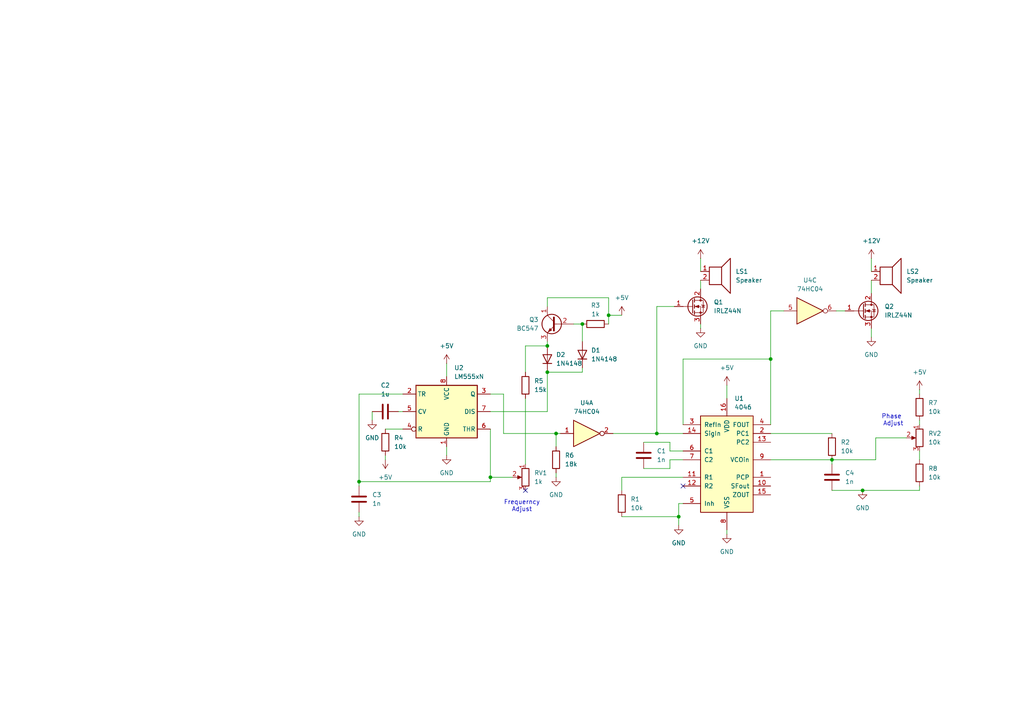
<source format=kicad_sch>
(kicad_sch (version 20231120) (generator "eeschema") (generator_version "8.0")
  (paper "A4")
  (title_block (title "Acoustic Levitator") (date "2025-02-10") (rev "1.2") (company "Suryasaradhi"))
  (lib_symbols
    (symbol "4xxx:4046" (pin_names (offset 1.016))
      (property "Reference" "U" (at -7.62 13.97 0))
      (property "Value" "4046" (at -7.62 -16.51 0))
      (symbol "4046_1_0"
        (pin output line (at 12.7 -5.08 180) (length 5.08) (name "PCP") (number "1"))
        (pin output line (at 12.7 -7.62 180) (length 5.08) (name "SFout") (number "10"))
        (pin input line (at -12.7 -5.08 0) (length 5.08) (name "R1") (number "11"))
        (pin input line (at -12.7 -7.62 0) (length 5.08) (name "R2") (number "12"))
        (pin tri_state line (at 12.7 5.08 180) (length 5.08) (name "PC2") (number "13"))
        (pin input line (at -12.7 7.62 0) (length 5.08) (name "SigIn") (number "14"))
        (pin output line (at 12.7 -10.16 180) (length 5.08) (name "ZOUT") (number "15"))
        (pin power_in line (at 0 17.78 270) (length 5.08) (name "VDD") (number "16"))
        (pin output line (at 12.7 7.62 180) (length 5.08) (name "PC1") (number "2"))
        (pin input line (at -12.7 10.16 0) (length 5.08) (name "RefIn") (number "3"))
        (pin output line (at 12.7 10.16 180) (length 5.08) (name "FOUT") (number "4"))
        (pin input line (at -12.7 -12.7 0) (length 5.08) (name "Inh") (number "5"))
        (pin input line (at -12.7 2.54 0) (length 5.08) (name "C1") (number "6"))
        (pin input line (at -12.7 0 0) (length 5.08) (name "C2") (number "7"))
        (pin power_in line (at 0 -20.32 90) (length 5.08) (name "VSS") (number "8"))
        (pin input line (at 12.7 0 180) (length 5.08) (name "VCOin") (number "9"))
      )
      (symbol "4046_1_1"
        (rectangle (start -7.62 12.7) (end 7.62 -15.24) (stroke (width 0.254)) (fill (type background)))
      )
    )
    (symbol "74xx:74HC04"
      (property "Reference" "U" (at 0 1.27 0))
      (property "Value" "74HC04" (at 0 -1.27 0))
      (symbol "74HC04_1_0"
        (polyline (pts (xy -3.81 3.81) (xy -3.81 -3.81) (xy 3.81 0) (xy -3.81 3.81)) (stroke (width 0.254)) (fill (type background)))
        (pin input line (at -7.62 0 0) (length 3.81) (name "~") (number "1"))
        (pin output inverted (at 7.62 0 180) (length 3.81) (name "~") (number "2"))
      )
      (symbol "74HC04_2_0"
        (polyline (pts (xy -3.81 3.81) (xy -3.81 -3.81) (xy 3.81 0) (xy -3.81 3.81)) (stroke (width 0.254)) (fill (type background)))
        (pin input line (at -7.62 0 0) (length 3.81) (name "~") (number "3"))
        (pin output inverted (at 7.62 0 180) (length 3.81) (name "~") (number "4"))
      )
      (symbol "74HC04_3_0"
        (polyline (pts (xy -3.81 3.81) (xy -3.81 -3.81) (xy 3.81 0) (xy -3.81 3.81)) (stroke (width 0.254)) (fill (type background)))
        (pin input line (at -7.62 0 0) (length 3.81) (name "~") (number "5"))
        (pin output inverted (at 7.62 0 180) (length 3.81) (name "~") (number "6"))
      )
      (symbol "74HC04_4_0"
        (polyline (pts (xy -3.81 3.81) (xy -3.81 -3.81) (xy 3.81 0) (xy -3.81 3.81)) (stroke (width 0.254)) (fill (type background)))
        (pin output inverted (at 7.62 0 180) (length 3.81) (name "~") (number "8"))
        (pin input line (at -7.62 0 0) (length 3.81) (name "~") (number "9"))
      )
      (symbol "74HC04_5_0"
        (polyline (pts (xy -3.81 3.81) (xy -3.81 -3.81) (xy 3.81 0) (xy -3.81 3.81)) (stroke (width 0.254)) (fill (type background)))
        (pin output inverted (at 7.62 0 180) (length 3.81) (name "~") (number "10"))
        (pin input line (at -7.62 0 0) (length 3.81) (name "~") (number "11"))
      )
      (symbol "74HC04_6_0"
        (polyline (pts (xy -3.81 3.81) (xy -3.81 -3.81) (xy 3.81 0) (xy -3.81 3.81)) (stroke (width 0.254)) (fill (type background)))
        (pin output inverted (at 7.62 0 180) (length 3.81) (name "~") (number "12"))
        (pin input line (at -7.62 0 0) (length 3.81) (name "~") (number "13"))
      )
      (symbol "74HC04_7_0"
        (pin power_in line (at 0 12.7 270) (length 5.08) (name "VCC") (number "14"))
        (pin power_in line (at 0 -12.7 90) (length 5.08) (name "GND") (number "7"))
      )
      (symbol "74HC04_7_1"
        (rectangle (start -5.08 7.62) (end 5.08 -7.62) (stroke (width 0.254)) (fill (type background)))
      )
    )
    (symbol "Device:C" (pin_numbers hide) (pin_names (offset 0.254))
      (property "Reference" "C" (at 0.635 2.54 0))
      (property "Value" "C" (at 0.635 -2.54 0))
      (symbol "C_0_1"
        (polyline (pts (xy -2.032 -0.762) (xy 2.032 -0.762)) (stroke (width 0.508)))
        (polyline (pts (xy -2.032 0.762) (xy 2.032 0.762)) (stroke (width 0.508)))
      )
      (symbol "C_1_1"
        (pin passive line (at 0 3.81 270) (length 2.794) (name "~") (number "1"))
        (pin passive line (at 0 -3.81 90) (length 2.794) (name "~") (number "2"))
      )
    )
    (symbol "Device:R" (pin_numbers hide) (pin_names (offset 0))
      (property "Reference" "R" (at 2.032 0 90))
      (property "Value" "R" (at 0 0 90))
      (symbol "R_0_1"
        (rectangle (start -1.016 -2.54) (end 1.016 2.54) (stroke (width 0.254)))
      )
      (symbol "R_1_1"
        (pin passive line (at 0 3.81 270) (length 1.27) (name "~") (number "1"))
        (pin passive line (at 0 -3.81 90) (length 1.27) (name "~") (number "2"))
      )
    )
    (symbol "Device:R_Potentiometer" (pin_names (offset 1.016) hide)
      (property "Reference" "RV" (at -4.445 0 90))
      (property "Value" "R_Potentiometer" (at -2.54 0 90))
      (symbol "R_Potentiometer_0_1"
        (polyline (pts (xy 2.54 0) (xy 1.524 0)))
        (polyline (pts (xy 1.143 0) (xy 2.286 0.508) (xy 2.286 -0.508) (xy 1.143 0)) (fill (type outline)))
        (rectangle (start 1.016 2.54) (end -1.016 -2.54) (stroke (width 0.254)))
      )
      (symbol "R_Potentiometer_1_1"
        (pin passive line (at 0 3.81 270) (length 1.27) (name "1") (number "1"))
        (pin passive line (at 3.81 0 180) (length 1.27) (name "2") (number "2"))
        (pin passive line (at 0 -3.81 90) (length 1.27) (name "3") (number "3"))
      )
    )
    (symbol "Device:Speaker" (pin_names (offset 0) hide)
      (property "Reference" "LS" (at 1.27 5.715 0))
      (property "Value" "Speaker" (at 1.27 3.81 0))
      (symbol "Speaker_0_0"
        (rectangle (start -2.54 1.27) (end 1.016 -3.81) (stroke (width 0.254)))
        (polyline (pts (xy 1.016 1.27) (xy 3.556 3.81) (xy 3.556 -6.35) (xy 1.016 -3.81)) (stroke (width 0.254)))
      )
      (symbol "Speaker_1_1"
        (pin input line (at -5.08 0 0) (length 2.54) (name "1") (number "1"))
        (pin input line (at -5.08 -2.54 0) (length 2.54) (name "2") (number "2"))
      )
    )
    (symbol "Diode:1N4148" (pin_numbers hide) (pin_names hide)
      (property "Reference" "D" (at 0 2.54 0))
      (property "Value" "1N4148" (at 0 -2.54 0))
      (symbol "1N4148_0_1"
        (polyline (pts (xy -1.27 1.27) (xy -1.27 -1.27)) (stroke (width 0.254)))
        (polyline (pts (xy 1.27 0) (xy -1.27 0)))
        (polyline (pts (xy 1.27 1.27) (xy 1.27 -1.27) (xy -1.27 0) (xy 1.27 1.27)) (stroke (width 0.254)))
      )
      (symbol "1N4148_1_1"
        (pin passive line (at -3.81 0 0) (length 2.54) (name "K") (number "1"))
        (pin passive line (at 3.81 0 180) (length 2.54) (name "A") (number "2"))
      )
    )
    (symbol "Timer:LM555xN"
      (property "Reference" "U" (at -10.16 8.89 0))
      (property "Value" "LM555xN" (at 2.54 8.89 0))
      (symbol "LM555xN_0_0"
        (pin power_in line (at 0 -10.16 90) (length 2.54) (name "GND") (number "1"))
        (pin power_in line (at 0 10.16 270) (length 2.54) (name "VCC") (number "8"))
      )
      (symbol "LM555xN_0_1"
        (rectangle (start -8.89 -7.62) (end 8.89 7.62) (stroke (width 0.254)) (fill (type background)))
        (rectangle (start -8.89 -7.62) (end 8.89 7.62) (stroke (width 0.254)) (fill (type background)))
      )
      (symbol "LM555xN_1_1"
        (pin input line (at -12.7 5.08 0) (length 3.81) (name "TR") (number "2"))
        (pin output line (at 12.7 5.08 180) (length 3.81) (name "Q") (number "3"))
        (pin input inverted (at -12.7 -5.08 0) (length 3.81) (name "R") (number "4"))
        (pin input line (at -12.7 0 0) (length 3.81) (name "CV") (number "5"))
        (pin input line (at 12.7 -5.08 180) (length 3.81) (name "THR") (number "6"))
        (pin input line (at 12.7 0 180) (length 3.81) (name "DIS") (number "7"))
      )
    )
    (symbol "Transistor_BJT:BC547" (pin_names (offset 0) hide)
      (property "Reference" "Q" (at 5.08 1.905 0))
      (property "Value" "BC547" (at 5.08 0 0))
      (symbol "BC547_0_1"
        (polyline (pts (xy 0 0) (xy 0.635 0)))
        (polyline (pts (xy 0.635 0.635) (xy 2.54 2.54)))
        (polyline (pts (xy 0.635 -0.635) (xy 2.54 -2.54) (xy 2.54 -2.54)))
        (polyline (pts (xy 0.635 1.905) (xy 0.635 -1.905) (xy 0.635 -1.905)) (stroke (width 0.508)))
        (polyline (pts (xy 1.27 -1.778) (xy 1.778 -1.27) (xy 2.286 -2.286) (xy 1.27 -1.778) (xy 1.27 -1.778)) (fill (type outline)))
        (circle (center 1.27 0) (radius 2.8194) (stroke (width 0.254)))
      )
      (symbol "BC547_1_1"
        (pin passive line (at 2.54 5.08 270) (length 2.54) (name "C") (number "1"))
        (pin input line (at -5.08 0 0) (length 5.08) (name "B") (number "2"))
        (pin passive line (at 2.54 -5.08 90) (length 2.54) (name "E") (number "3"))
      )
    )
    (symbol "Transistor_FET:IRLZ44N" (pin_names hide)
      (property "Reference" "Q" (at 5.08 1.905 0))
      (property "Value" "IRLZ44N" (at 5.08 0 0))
      (symbol "IRLZ44N_0_1"
        (polyline (pts (xy 0.254 0) (xy -2.54 0)))
        (polyline (pts (xy 0.254 1.905) (xy 0.254 -1.905)) (stroke (width 0.254)))
        (polyline (pts (xy 0.762 -1.27) (xy 0.762 -2.286)) (stroke (width 0.254)))
        (polyline (pts (xy 0.762 0.508) (xy 0.762 -0.508)) (stroke (width 0.254)))
        (polyline (pts (xy 0.762 2.286) (xy 0.762 1.27)) (stroke (width 0.254)))
        (polyline (pts (xy 2.54 2.54) (xy 2.54 1.778)))
        (polyline (pts (xy 2.54 -2.54) (xy 2.54 0) (xy 0.762 0)))
        (polyline (pts (xy 0.762 -1.778) (xy 3.302 -1.778) (xy 3.302 1.778) (xy 0.762 1.778)))
        (polyline (pts (xy 1.016 0) (xy 2.032 0.381) (xy 2.032 -0.381) (xy 1.016 0)) (fill (type outline)))
        (polyline (pts (xy 2.794 0.508) (xy 2.921 0.381) (xy 3.683 0.381) (xy 3.81 0.254)))
        (polyline (pts (xy 3.302 0.381) (xy 2.921 -0.254) (xy 3.683 -0.254) (xy 3.302 0.381)))
        (circle (center 1.651 0) (radius 2.794) (stroke (width 0.254)))
        (circle (center 2.54 -1.778) (radius 0.254) (fill (type outline)))
        (circle (center 2.54 1.778) (radius 0.254) (fill (type outline)))
      )
      (symbol "IRLZ44N_1_1"
        (pin input line (at -5.08 0 0) (length 2.54) (name "G") (number "1"))
        (pin passive line (at 2.54 5.08 270) (length 2.54) (name "D") (number "2"))
        (pin passive line (at 2.54 -5.08 90) (length 2.54) (name "S") (number "3"))
      )
    )
    (symbol "power:+12V" (power) (pin_numbers hide) (pin_names (offset 0) hide)
      (property "Value" "+12V" (at 0 3.556 0))
      (symbol "+12V_0_1"
        (polyline (pts (xy -0.762 1.27) (xy 0 2.54)))
        (polyline (pts (xy 0 0) (xy 0 2.54)))
        (polyline (pts (xy 0 2.54) (xy 0.762 1.27)))
      )
      (symbol "+12V_1_1"
        (pin power_in line (at 0 0 90) (length 0) (name "~") (number "1"))
      )
    )
    (symbol "power:+5V" (power) (pin_numbers hide) (pin_names (offset 0) hide)
      (property "Value" "+5V" (at 0 3.556 0))
      (symbol "+5V_0_1"
        (polyline (pts (xy -0.762 1.27) (xy 0 2.54)))
        (polyline (pts (xy 0 0) (xy 0 2.54)))
        (polyline (pts (xy 0 2.54) (xy 0.762 1.27)))
      )
      (symbol "+5V_1_1"
        (pin power_in line (at 0 0 90) (length 0) (name "~") (number "1"))
      )
    )
    (symbol "power:GND" (power) (pin_numbers hide) (pin_names (offset 0) hide)
      (property "Value" "GND" (at 0 -3.81 0))
      (symbol "GND_0_1"
        (polyline (pts (xy 0 0) (xy 0 -1.27) (xy 1.27 -1.27) (xy 0 -2.54) (xy -1.27 -1.27) (xy 0 -1.27)))
      )
      (symbol "GND_1_1"
        (pin power_in line (at 0 0 270) (length 0) (name "~") (number "1"))
      )
    )
  )
  (junction (at 104.14 139.7))
  (junction (at 250.19 142.24))
  (junction (at 158.75 100.33))
  (junction (at 223.52 104.14))
  (junction (at 158.75 107.95))
  (junction (at 196.85 149.86))
  (junction (at 142.24 138.43))
  (junction (at 161.29 125.73))
  (junction (at 176.53 91.44))
  (junction (at 190.5 125.73))
  (junction (at 241.3 133.35))
  (junction (at 168.91 93.98))
  (no_connect (at 152.4 142.24))
  (no_connect (at 198.12 140.97))
  (wire (pts (xy 223.52 90.17) (xy 227.33 90.17)))
  (wire (pts (xy 203.2 81.28) (xy 203.2 83.82)))
  (wire (pts (xy 266.7 113.03) (xy 266.7 114.3)))
  (wire (pts (xy 250.19 142.24) (xy 241.3 142.24)))
  (wire (pts (xy 254 133.35) (xy 241.3 133.35)))
  (wire (pts (xy 177.8 125.73) (xy 190.5 125.73)))
  (wire (pts (xy 198.12 104.14) (xy 223.52 104.14)))
  (wire (pts (xy 210.82 153.67) (xy 210.82 154.94)))
  (wire (pts (xy 142.24 114.3) (xy 146.05 114.3)))
  (wire (pts (xy 198.12 146.05) (xy 196.85 146.05)))
  (wire (pts (xy 176.53 93.98) (xy 176.53 91.44)))
  (wire (pts (xy 190.5 88.9) (xy 195.58 88.9)))
  (wire (pts (xy 142.24 138.43) (xy 142.24 139.7)))
  (wire (pts (xy 223.52 123.19) (xy 223.52 104.14)))
  (wire (pts (xy 142.24 124.46) (xy 142.24 138.43)))
  (wire (pts (xy 223.52 90.17) (xy 223.52 104.14)))
  (wire (pts (xy 161.29 137.16) (xy 161.29 138.43)))
  (wire (pts (xy 129.54 105.41) (xy 129.54 109.22)))
  (wire (pts (xy 180.34 149.86) (xy 196.85 149.86)))
  (wire (pts (xy 146.05 114.3) (xy 146.05 125.73)))
  (wire (pts (xy 180.34 138.43) (xy 198.12 138.43)))
  (wire (pts (xy 223.52 133.35) (xy 241.3 133.35)))
  (wire (pts (xy 252.73 81.28) (xy 252.73 85.09)))
  (wire (pts (xy 194.31 128.27) (xy 186.69 128.27)))
  (wire (pts (xy 104.14 114.3) (xy 116.84 114.3)))
  (wire (pts (xy 203.2 74.93) (xy 203.2 78.74)))
  (wire (pts (xy 210.82 111.76) (xy 210.82 115.57)))
  (wire (pts (xy 152.4 107.95) (xy 152.4 100.33)))
  (wire (pts (xy 241.3 133.35) (xy 241.3 134.62)))
  (wire (pts (xy 111.76 132.08) (xy 111.76 133.35)))
  (wire (pts (xy 254 127) (xy 254 133.35)))
  (wire (pts (xy 194.31 130.81) (xy 198.12 130.81)))
  (wire (pts (xy 115.57 119.38) (xy 116.84 119.38)))
  (wire (pts (xy 180.34 142.24) (xy 180.34 138.43)))
  (wire (pts (xy 158.75 86.36) (xy 176.53 86.36)))
  (wire (pts (xy 176.53 91.44) (xy 180.34 91.44)))
  (wire (pts (xy 152.4 115.57) (xy 152.4 134.62)))
  (wire (pts (xy 198.12 104.14) (xy 198.12 123.19)))
  (wire (pts (xy 104.14 148.59) (xy 104.14 149.86)))
  (wire (pts (xy 266.7 140.97) (xy 266.7 142.24)))
  (wire (pts (xy 190.5 88.9) (xy 190.5 125.73)))
  (wire (pts (xy 203.2 93.98) (xy 203.2 95.25)))
  (wire (pts (xy 254 127) (xy 262.89 127)))
  (wire (pts (xy 196.85 146.05) (xy 196.85 149.86)))
  (wire (pts (xy 111.76 124.46) (xy 116.84 124.46)))
  (wire (pts (xy 186.69 135.89) (xy 194.31 135.89)))
  (wire (pts (xy 194.31 133.35) (xy 194.31 135.89)))
  (wire (pts (xy 161.29 125.73) (xy 162.56 125.73)))
  (wire (pts (xy 198.12 133.35) (xy 194.31 133.35)))
  (wire (pts (xy 142.24 138.43) (xy 148.59 138.43)))
  (wire (pts (xy 142.24 139.7) (xy 104.14 139.7)))
  (wire (pts (xy 252.73 74.93) (xy 252.73 78.74)))
  (wire (pts (xy 104.14 139.7) (xy 104.14 114.3)))
  (wire (pts (xy 104.14 139.7) (xy 104.14 140.97)))
  (wire (pts (xy 158.75 107.95) (xy 158.75 119.38)))
  (wire (pts (xy 152.4 100.33) (xy 158.75 100.33)))
  (wire (pts (xy 176.53 91.44) (xy 176.53 86.36)))
  (wire (pts (xy 146.05 125.73) (xy 161.29 125.73)))
  (wire (pts (xy 158.75 99.06) (xy 158.75 100.33)))
  (wire (pts (xy 168.91 99.06) (xy 168.91 93.98)))
  (wire (pts (xy 190.5 125.73) (xy 198.12 125.73)))
  (wire (pts (xy 266.7 121.92) (xy 266.7 123.19)))
  (wire (pts (xy 129.54 129.54) (xy 129.54 132.08)))
  (wire (pts (xy 142.24 119.38) (xy 158.75 119.38)))
  (wire (pts (xy 158.75 107.95) (xy 168.91 107.95)))
  (wire (pts (xy 242.57 90.17) (xy 245.11 90.17)))
  (wire (pts (xy 266.7 130.81) (xy 266.7 133.35)))
  (wire (pts (xy 161.29 125.73) (xy 161.29 129.54)))
  (wire (pts (xy 252.73 95.25) (xy 252.73 97.79)))
  (wire (pts (xy 107.95 119.38) (xy 107.95 121.92)))
  (wire (pts (xy 194.31 130.81) (xy 194.31 128.27)))
  (wire (pts (xy 166.37 93.98) (xy 168.91 93.98)))
  (wire (pts (xy 250.19 142.24) (xy 266.7 142.24)))
  (wire (pts (xy 158.75 86.36) (xy 158.75 88.9)))
  (wire (pts (xy 196.85 152.4) (xy 196.85 149.86)))
  (wire (pts (xy 168.91 106.68) (xy 168.91 107.95)))
  (wire (pts (xy 223.52 125.73) (xy 241.3 125.73)))
  (text "Phase \nAdjust\n" (at 259.08 121.92 0) (effects (font (size 1.27 1.27))))
  (text "Frequerncy\nAdjust" (at 151.384 146.812 0) (effects (font (size 1.27 1.27))))
  (symbol (lib_id "Transistor_FET:IRLZ44N") (at 200.66 88.9 0) (unit 1) (exclude_from_sim yes)
    (property "Reference" "Q1" (at 207.01 87.6299 0) (effects (justify left)))
    (property "Value" "IRLZ44N" (at 207.01 90.1699 0) (effects (justify left)))
    (property "Footprint" "Package_TO_SOT_THT:TO-220-3_Vertical" (effects (hide yes)))
    (property "Datasheet" "http://www.irf.com/product-info/datasheets/data/irlz44n.pdf" (effects (hide yes)))
    (property "Description" "47A Id, 55V Vds, 22mOhm Rds Single N-Channel HEXFET Power MOSFET, TO-220AB" (effects (hide yes)))
  )
  (symbol (lib_id "Device:R") (at 172.72 93.98 90) (unit 1)
    (property "Reference" "R3" (at 172.72 88.5621 90))
    (property "Value" "1k" (at 172.72 91.1021 90))
    (property "Description" "Resistor" (effects (hide yes)))
  )
  (symbol (lib_id "Device:C") (at 241.3 138.43 0) (unit 1)
    (property "Reference" "C4" (at 245.11 137.1599 0) (effects (justify left)))
    (property "Value" "1n" (at 245.11 139.6999 0) (effects (justify left)))
    (property "Description" "Unpolarized capacitor" (effects (hide yes)))
  )
  (symbol (lib_id "power:+5V") (at 111.76 133.35 180) (unit 1)
    (property "Reference" "#PWR07" (effects (hide yes)))
    (property "Value" "+5V" (at 111.76 138.43 0))
    (property "Description" "Power symbol creates a global label with name \"+5V\"" (effects (hide yes)))
  )
  (symbol (lib_id "power:GND") (at 203.2 95.25 0) (unit 1)
    (property "Reference" "#PWR016" (effects (hide yes)))
    (property "Value" "GND" (at 203.2 100.33 0))
    (property "Description" "Power symbol creates a global label with name \"GND\" , ground" (effects (hide yes)))
  )
  (symbol (lib_id "power:+5V") (at 266.7 113.03 0) (unit 1)
    (property "Reference" "#PWR014" (effects (hide yes)))
    (property "Value" "+5V" (at 266.7 107.95 0))
    (property "Description" "Power symbol creates a global label with name \"+5V\"" (effects (hide yes)))
  )
  (symbol (lib_id "4xxx:4046") (at 210.82 133.35 0) (unit 1) (exclude_from_sim yes)
    (property "Reference" "U1" (at 213.0141 115.57 0) (effects (justify left)))
    (property "Value" "4046" (at 213.0141 118.11 0) (effects (justify left)))
    (property "Datasheet" "https://assets.nexperia.com/documents/data-sheet/HEF4046B.pdf" (effects (hide yes)))
    (property "Description" "Phase Comp & VCO" (effects (hide yes)))
  )
  (symbol (lib_id "Timer:LM555xN") (at 129.54 119.38 0) (unit 1)
    (property "Reference" "U2" (at 131.7341 106.68 0) (effects (justify left)))
    (property "Value" "LM555xN" (at 131.7341 109.22 0) (effects (justify left)))
    (property "Footprint" "Package_SO:VSSOP-8_3x3mm_P0.65mm" (effects (hide yes)))
    (property "Datasheet" "http://www.ti.com/lit/ds/symlink/lm555.pdf" (effects (hide yes)))
    (property "Description" "Timer, 555 compatible, PDIP-8" (effects (hide yes)))
    (property "Sim.Library" "C:\\Users\\Surya\\Downloads\\lib\\lib\\NE555.lib" (effects (hide yes)))
    (property "Sim.Name" "NE555" (effects (hide yes)))
    (property "Sim.Device" "SUBCKT" (effects (hide yes)))
    (property "Sim.Pins" "1=1 2=2 3=3 4=4 5=5 6=6 7=7 8=8" (effects (hide yes)))
  )
  (symbol (lib_id "power:+12V") (at 252.73 74.93 0) (unit 1)
    (property "Reference" "#PWR018" (effects (hide yes)))
    (property "Value" "+12V" (at 252.73 69.85 0))
    (property "Description" "Power symbol creates a global label with name \"+12V\"" (effects (hide yes)))
  )
  (symbol (lib_id "Transistor_BJT:BC547") (at 161.29 93.98 0) (mirror y) (unit 1)
    (property "Reference" "Q3" (at 156.21 92.7099 0) (effects (justify left)))
    (property "Value" "BC547" (at 156.21 95.2499 0) (effects (justify left)))
    (property "Footprint" "Package_TO_SOT_THT:TO-92_Inline" (effects (hide yes)))
    (property "Datasheet" "https://www.onsemi.com/pub/Collateral/BC550-D.pdf" (effects (hide yes)))
    (property "Description" "0.1A Ic, 45V Vce, Small Signal NPN Transistor, TO-92" (effects (hide yes)))
    (property "Sim.Device" "NPN" (effects (hide yes)))
    (property "Sim.Type" "GUMMELPOON" (effects (hide yes)))
    (property "Sim.Pins" "1=C 2=B 3=E" (effects (hide yes)))
    (property "Sim.Library" "C:\\Users\\Surya\\Documents\\projects\\electronics\\acousticLevitation\\KiCad-Spice-Library\\Models\\Transistor\\BJT\\BJTN.LIB" (effects (hide yes)))
    (property "Sim.Name" "BC547" (effects (hide yes)))
  )
  (symbol (lib_id "power:GND") (at 107.95 121.92 0) (unit 1)
    (property "Reference" "#PWR08" (effects (hide yes)))
    (property "Value" "GND" (at 107.95 127 0))
    (property "Description" "Power symbol creates a global label with name \"GND\" , ground" (effects (hide yes)))
  )
  (symbol (lib_id "Device:Speaker") (at 257.81 78.74 0) (unit 1)
    (property "Reference" "LS2" (at 262.89 78.7399 0) (effects (justify left)))
    (property "Value" "Speaker" (at 262.89 81.2799 0) (effects (justify left)))
    (property "Description" "Speaker" (effects (hide yes)))
  )
  (symbol (lib_id "Diode:1N4148") (at 168.91 102.87 90) (unit 1)
    (property "Reference" "D1" (at 171.45 101.5999 90) (effects (justify right)))
    (property "Value" "1N4148" (at 171.45 104.1399 90) (effects (justify right)))
    (property "Footprint" "Diode_THT:D_DO-35_SOD27_P7.62mm_Horizontal" (effects (hide yes)))
    (property "Datasheet" "https://assets.nexperia.com/documents/data-sheet/1N4148_1N4448.pdf" (effects (hide yes)))
    (property "Description" "100V 0.15A standard switching diode, DO-35" (effects (hide yes)))
    (property "Sim.Device" "D" (effects (hide yes)))
    (property "Sim.Pins" "1=K 2=A" (effects (hide yes)))
    (property "Sim.Library" "C:\\Users\\Surya\\Documents\\projects\\electronics\\acousticLevitation\\KiCad-Spice-Library\\Models\\uncategorized\\Bordodynovs Electronics Lib\\cmp\\Standard\\standard.dio" (effects (hide yes)))
    (property "Sim.Name" "1N4148" (effects (hide yes)))
  )
  (symbol (lib_id "power:GND") (at 210.82 154.94 0) (unit 1)
    (property "Reference" "#PWR01" (effects (hide yes)))
    (property "Value" "GND" (at 210.82 160.02 0))
    (property "Description" "Power symbol creates a global label with name \"GND\" , ground" (effects (hide yes)))
  )
  (symbol (lib_id "power:GND") (at 104.14 149.86 0) (unit 1)
    (property "Reference" "#PWR09" (effects (hide yes)))
    (property "Value" "GND" (at 104.14 154.94 0))
    (property "Description" "Power symbol creates a global label with name \"GND\" , ground" (effects (hide yes)))
  )
  (symbol (lib_id "power:+5V") (at 129.54 105.41 0) (unit 1)
    (property "Reference" "#PWR05" (effects (hide yes)))
    (property "Value" "+5V" (at 129.54 100.33 0))
    (property "Description" "Power symbol creates a global label with name \"+5V\"" (effects (hide yes)))
  )
  (symbol (lib_id "Transistor_FET:IRLZ44N") (at 250.19 90.17 0) (unit 1) (exclude_from_sim yes)
    (property "Reference" "Q2" (at 256.54 88.8999 0) (effects (justify left)))
    (property "Value" "IRLZ44N" (at 256.54 91.4399 0) (effects (justify left)))
    (property "Footprint" "Package_TO_SOT_THT:TO-220-3_Vertical" (effects (hide yes)))
    (property "Datasheet" "http://www.irf.com/product-info/datasheets/data/irlz44n.pdf" (effects (hide yes)))
    (property "Description" "47A Id, 55V Vds, 22mOhm Rds Single N-Channel HEXFET Power MOSFET, TO-220AB" (effects (hide yes)))
  )
  (symbol (lib_id "Device:R_Potentiometer") (at 152.4 138.43 0) (mirror y) (unit 1) (exclude_from_sim yes)
    (property "Reference" "RV1" (at 154.94 137.1599 0) (effects (justify right)))
    (property "Value" "1k" (at 154.94 139.6999 0) (effects (justify right)))
    (property "Description" "Potentiometer" (effects (hide yes)))
  )
  (symbol (lib_id "power:+5V") (at 210.82 111.76 0) (unit 1)
    (property "Reference" "#PWR02" (effects (hide yes)))
    (property "Value" "+5V" (at 210.82 106.68 0))
    (property "Description" "Power symbol creates a global label with name \"+5V\"" (effects (hide yes)))
  )
  (symbol (lib_id "Device:Speaker") (at 208.28 78.74 0) (unit 1)
    (property "Reference" "LS1" (at 213.36 78.7399 0) (effects (justify left)))
    (property "Value" "Speaker" (at 213.36 81.2799 0) (effects (justify left)))
    (property "Description" "Speaker" (effects (hide yes)))
  )
  (symbol (lib_id "power:GND") (at 196.85 152.4 0) (unit 1)
    (property "Reference" "#PWR03" (effects (hide yes)))
    (property "Value" "GND" (at 196.85 157.48 0))
    (property "Description" "Power symbol creates a global label with name \"GND\" , ground" (effects (hide yes)))
  )
  (symbol (lib_id "Device:C") (at 186.69 132.08 0) (unit 1)
    (property "Reference" "C1" (at 190.5 130.8099 0) (effects (justify left)))
    (property "Value" "1n" (at 190.5 133.3499 0) (effects (justify left)))
    (property "Description" "Unpolarized capacitor" (effects (hide yes)))
  )
  (symbol (lib_id "Device:R") (at 241.3 129.54 0) (unit 1)
    (property "Reference" "R2" (at 243.84 128.2699 0) (effects (justify left)))
    (property "Value" "10k" (at 243.84 130.8099 0) (effects (justify left)))
    (property "Description" "Resistor" (effects (hide yes)))
  )
  (symbol (lib_id "Device:R") (at 180.34 146.05 0) (unit 1)
    (property "Reference" "R1" (at 182.88 144.7799 0) (effects (justify left)))
    (property "Value" "10k" (at 182.88 147.3199 0) (effects (justify left)))
    (property "Description" "Resistor" (effects (hide yes)))
  )
  (symbol (lib_id "Device:R") (at 111.76 128.27 180) (unit 1)
    (property "Reference" "R4" (at 114.3 126.9999 0) (effects (justify right)))
    (property "Value" "10k" (at 114.3 129.5399 0) (effects (justify right)))
    (property "Description" "Resistor" (effects (hide yes)))
  )
  (symbol (lib_id "power:+5V") (at 180.34 91.44 0) (unit 1)
    (property "Reference" "#PWR06" (effects (hide yes)))
    (property "Value" "+5V" (at 180.34 86.36 0))
    (property "Description" "Power symbol creates a global label with name \"+5V\"" (effects (hide yes)))
  )
  (symbol (lib_id "Diode:1N4148") (at 158.75 104.14 90) (unit 1)
    (property "Reference" "D2" (at 161.29 102.8699 90) (effects (justify right)))
    (property "Value" "1N4148" (at 161.29 105.4099 90) (effects (justify right)))
    (property "Footprint" "Diode_THT:D_DO-35_SOD27_P7.62mm_Horizontal" (effects (hide yes)))
    (property "Datasheet" "https://assets.nexperia.com/documents/data-sheet/1N4148_1N4448.pdf" (effects (hide yes)))
    (property "Description" "100V 0.15A standard switching diode, DO-35" (effects (hide yes)))
    (property "Sim.Device" "D" (effects (hide yes)))
    (property "Sim.Pins" "1=K 2=A" (effects (hide yes)))
    (property "Sim.Library" "C:\\Users\\Surya\\Documents\\projects\\electronics\\acousticLevitation\\KiCad-Spice-Library\\Models\\uncategorized\\Bordodynovs Electronics Lib\\cmp\\Standard\\standard.dio" (effects (hide yes)))
    (property "Sim.Name" "1N4148" (effects (hide yes)))
  )
  (symbol (lib_id "Device:R") (at 161.29 133.35 180) (unit 1)
    (property "Reference" "R6" (at 163.83 132.0799 0) (effects (justify right)))
    (property "Value" "18k" (at 163.83 134.6199 0) (effects (justify right)))
    (property "Description" "Resistor" (effects (hide yes)))
  )
  (symbol (lib_id "Device:R") (at 152.4 111.76 180) (unit 1)
    (property "Reference" "R5" (at 154.94 110.4899 0) (effects (justify right)))
    (property "Value" "15k" (at 154.94 113.0299 0) (effects (justify right)))
    (property "Description" "Resistor" (effects (hide yes)))
  )
  (symbol (lib_id "Device:C") (at 111.76 119.38 90) (unit 1)
    (property "Reference" "C2" (at 111.76 111.76 90))
    (property "Value" "1u" (at 111.76 114.3 90))
    (property "Description" "Unpolarized capacitor" (effects (hide yes)))
  )
  (symbol (lib_id "power:GND") (at 161.29 138.43 0) (unit 1)
    (property "Reference" "#PWR013" (effects (hide yes)))
    (property "Value" "GND" (at 161.29 143.51 0))
    (property "Description" "Power symbol creates a global label with name \"GND\" , ground" (effects (hide yes)))
  )
  (symbol (lib_id "power:GND") (at 129.54 132.08 0) (unit 1)
    (property "Reference" "#PWR04" (effects (hide yes)))
    (property "Value" "GND" (at 129.54 137.16 0))
    (property "Description" "Power symbol creates a global label with name \"GND\" , ground" (effects (hide yes)))
  )
  (symbol (lib_id "74xx:74HC04") (at 234.95 90.17 0) (unit 3)
    (property "Reference" "U4" (at 234.95 81.28 0))
    (property "Value" "74HC04" (at 234.95 83.82 0))
    (property "Datasheet" "https://assets.nexperia.com/documents/data-sheet/74HC_HCT04.pdf" (effects (hide yes)))
    (property "Description" "Hex Inverter" (effects (hide yes)))
    (property "Sim.Library" "C:\\Users\\Surya\\Documents\\projects\\electronics\\acousticLevitation\\KiCad-Spice-Library\\Models\\uncategorized\\Bordodynovs Electronics Lib\\sub\\74hct.lib" (effects (hide yes)))
    (property "Sim.Name" "74HCT04" (effects (hide yes)))
    (property "Sim.Device" "SUBCKT" (effects (hide yes)))
    (property "Sim.Pins" "1=A 2=Y 3=VCC 4=VGND" (effects (hide yes)))
    (property "Sim.Params" "vcc1=5.5 speed1=1 tripdt1=1n" (effects (hide yes)))
  )
  (symbol (lib_id "Device:R") (at 266.7 118.11 0) (unit 1)
    (property "Reference" "R7" (at 269.24 116.8399 0) (effects (justify left)))
    (property "Value" "10k" (at 269.24 119.3799 0) (effects (justify left)))
    (property "Description" "Resistor" (effects (hide yes)))
  )
  (symbol (lib_id "power:GND") (at 252.73 97.79 0) (unit 1)
    (property "Reference" "#PWR015" (effects (hide yes)))
    (property "Value" "GND" (at 252.73 102.87 0))
    (property "Description" "Power symbol creates a global label with name \"GND\" , ground" (effects (hide yes)))
  )
  (symbol (lib_id "power:+12V") (at 203.2 74.93 0) (unit 1)
    (property "Reference" "#PWR017" (effects (hide yes)))
    (property "Value" "+12V" (at 203.2 69.85 0))
    (property "Description" "Power symbol creates a global label with name \"+12V\"" (effects (hide yes)))
  )
  (symbol (lib_id "Device:C") (at 104.14 144.78 180) (unit 1)
    (property "Reference" "C3" (at 107.95 143.5099 0) (effects (justify right)))
    (property "Value" "1n" (at 107.95 146.0499 0) (effects (justify right)))
    (property "Description" "Unpolarized capacitor" (effects (hide yes)))
  )
  (symbol (lib_id "Device:R_Potentiometer") (at 266.7 127 0) (mirror y) (unit 1) (exclude_from_sim yes)
    (property "Reference" "RV2" (at 269.24 125.7299 0) (effects (justify right)))
    (property "Value" "10k" (at 269.24 128.2699 0) (effects (justify right)))
    (property "Description" "Potentiometer" (effects (hide yes)))
  )
  (symbol (lib_id "power:GND") (at 250.19 142.24 0) (unit 1)
    (property "Reference" "#PWR010" (effects (hide yes)))
    (property "Value" "GND" (at 250.19 147.32 0))
    (property "Description" "Power symbol creates a global label with name \"GND\" , ground" (effects (hide yes)))
  )
  (symbol (lib_id "Device:R") (at 266.7 137.16 0) (unit 1)
    (property "Reference" "R8" (at 269.24 135.8899 0) (effects (justify left)))
    (property "Value" "10k" (at 269.24 138.4299 0) (effects (justify left)))
    (property "Description" "Resistor" (effects (hide yes)))
  )
  (symbol (lib_id "74xx:74HC04") (at 170.18 125.73 0) (unit 1)
    (property "Reference" "U4" (at 170.18 116.84 0))
    (property "Value" "74HC04" (at 170.18 119.38 0))
    (property "Datasheet" "https://assets.nexperia.com/documents/data-sheet/74HC_HCT04.pdf" (effects (hide yes)))
    (property "Description" "Hex Inverter" (effects (hide yes)))
    (property "Sim.Library" "C:\\Users\\Surya\\Documents\\projects\\electronics\\acousticLevitation\\KiCad-Spice-Library\\Models\\uncategorized\\Bordodynovs Electronics Lib\\sub\\74hct.lib" (effects (hide yes)))
    (property "Sim.Name" "74HCT04" (effects (hide yes)))
    (property "Sim.Device" "SUBCKT" (effects (hide yes)))
    (property "Sim.Pins" "1=A 2=Y 3=VCC 4=VGND" (effects (hide yes)))
    (property "Sim.Params" "vcc1=5.5 speed1=1 tripdt1=1n" (effects (hide yes)))
  )
)
</source>
